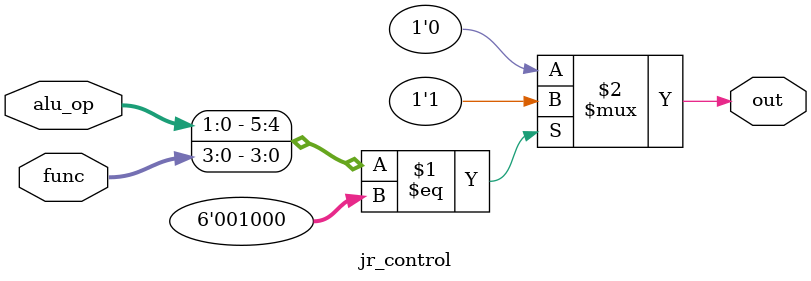
<source format=v>
module jr_control(alu_op,func,out);

	input [1:0] alu_op;
	input [3:0] func;
	output out;

	assign out = ({alu_op,func}==6'b001000)?1'b1:1'b0;

endmodule
</source>
